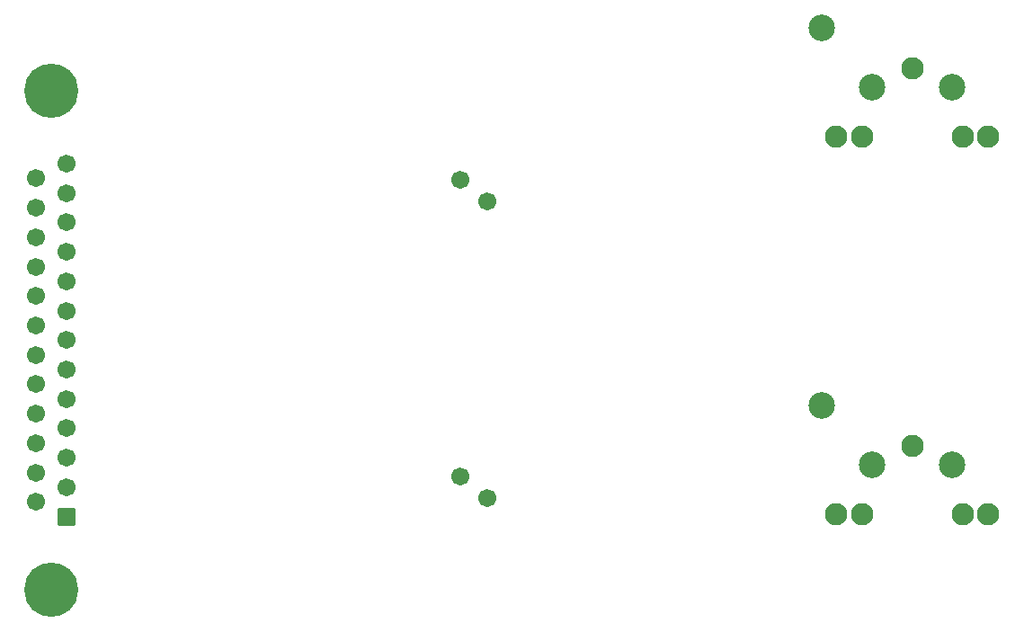
<source format=gbs>
G04 Layer: BottomSolderMaskLayer*
G04 EasyEDA v6.5.22, 2023-02-28 17:33:46*
G04 2c88ebba08e7464b96183e005241c5b3,bdb13a12c0ab493cb15560d8aabf918e,10*
G04 Gerber Generator version 0.2*
G04 Scale: 100 percent, Rotated: No, Reflected: No *
G04 Dimensions in millimeters *
G04 leading zeros omitted , absolute positions ,4 integer and 5 decimal *
%FSLAX45Y45*%
%MOMM*%

%AMMACRO1*1,1,$1,$2,$3*1,1,$1,$4,$5*1,1,$1,0-$2,0-$3*1,1,$1,0-$4,0-$5*20,1,$1,$2,$3,$4,$5,0*20,1,$1,$4,$5,0-$2,0-$3,0*20,1,$1,0-$2,0-$3,0-$4,0-$5,0*20,1,$1,0-$4,0-$5,$2,$3,0*4,1,4,$2,$3,$4,$5,0-$2,0-$3,0-$4,0-$5,$2,$3,0*%
%ADD10C,5.1016*%
%ADD11C,1.7016*%
%ADD12MACRO1,0.1016X0.8X0.8X0.8X-0.8*%
%ADD13C,2.5016*%
%ADD14C,2.1016*%

%LPD*%
D10*
G01*
X1866900Y6022289D03*
G01*
X1866900Y1318310D03*
D11*
G01*
X1724913Y2146807D03*
G01*
X1724913Y2423795D03*
G01*
X1724913Y2700807D03*
G01*
X1724913Y2977794D03*
G01*
X1724913Y3254806D03*
G01*
X1724913Y3531793D03*
G01*
X1724913Y3808806D03*
G01*
X1724913Y4085793D03*
G01*
X1724913Y4362805D03*
G01*
X1724913Y4639792D03*
G01*
X1724913Y4916804D03*
G01*
X1724913Y5193792D03*
D12*
G01*
X2008898Y2008301D03*
D11*
G01*
X2008911Y2285314D03*
G01*
X2008911Y2562301D03*
G01*
X2008911Y2839313D03*
G01*
X2008911Y3116300D03*
G01*
X2008911Y3393287D03*
G01*
X2008911Y3670300D03*
G01*
X2008911Y3947312D03*
G01*
X2008911Y4224299D03*
G01*
X2008911Y4501311D03*
G01*
X2008911Y4778298D03*
G01*
X2008911Y5055285D03*
G01*
X2008911Y5332298D03*
D13*
G01*
X9123502Y6608495D03*
D14*
G01*
X10688523Y5583504D03*
G01*
X10448518Y5583504D03*
G01*
X9498507Y5583504D03*
G01*
X9258503Y5583504D03*
D13*
G01*
X10348518Y6053505D03*
G01*
X9598507Y6053505D03*
D14*
G01*
X9973513Y6233515D03*
D13*
G01*
X9123502Y3052495D03*
D14*
G01*
X10688523Y2027504D03*
G01*
X10448518Y2027504D03*
G01*
X9498507Y2027504D03*
G01*
X9258503Y2027504D03*
D13*
G01*
X10348518Y2497505D03*
G01*
X9598507Y2497505D03*
D14*
G01*
X9973513Y2677515D03*
D11*
G01*
X5717006Y5179999D03*
G01*
X5966993Y4980000D03*
G01*
X5717006Y2385999D03*
G01*
X5966993Y2186000D03*
M02*

</source>
